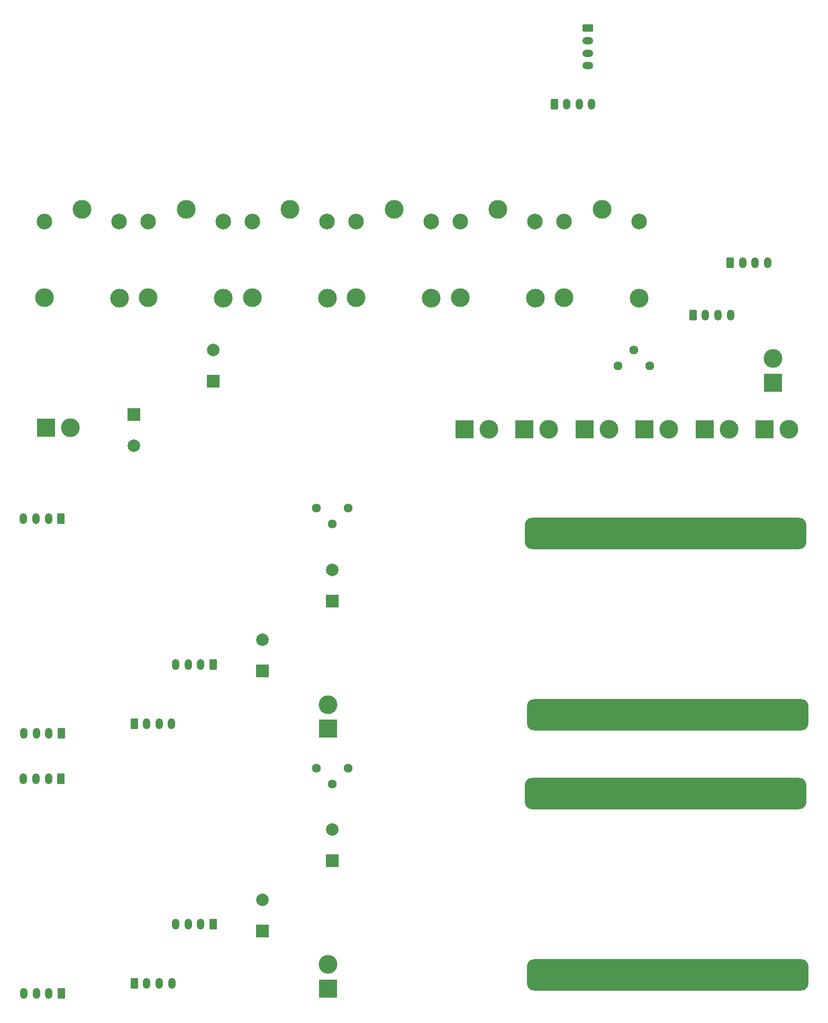
<source format=gbr>
%TF.GenerationSoftware,KiCad,Pcbnew,7.0.8*%
%TF.CreationDate,2023-11-08T20:04:04+02:00*%
%TF.ProjectId,sprinklers,73707269-6e6b-46c6-9572-732e6b696361,1.2*%
%TF.SameCoordinates,Original*%
%TF.FileFunction,Soldermask,Bot*%
%TF.FilePolarity,Negative*%
%FSLAX46Y46*%
G04 Gerber Fmt 4.6, Leading zero omitted, Abs format (unit mm)*
G04 Created by KiCad (PCBNEW 7.0.8) date 2023-11-08 20:04:04*
%MOMM*%
%LPD*%
G01*
G04 APERTURE LIST*
G04 Aperture macros list*
%AMRoundRect*
0 Rectangle with rounded corners*
0 $1 Rounding radius*
0 $2 $3 $4 $5 $6 $7 $8 $9 X,Y pos of 4 corners*
0 Add a 4 corners polygon primitive as box body*
4,1,4,$2,$3,$4,$5,$6,$7,$8,$9,$2,$3,0*
0 Add four circle primitives for the rounded corners*
1,1,$1+$1,$2,$3*
1,1,$1+$1,$4,$5*
1,1,$1+$1,$6,$7*
1,1,$1+$1,$8,$9*
0 Add four rect primitives between the rounded corners*
20,1,$1+$1,$2,$3,$4,$5,0*
20,1,$1+$1,$4,$5,$6,$7,0*
20,1,$1+$1,$6,$7,$8,$9,0*
20,1,$1+$1,$8,$9,$2,$3,0*%
%AMFreePoly0*
4,1,41,-22.500000,1.388890,-22.492142,1.520800,-22.447241,1.727208,-22.364088,1.921388,-22.245689,2.096323,-22.096323,2.245689,-21.921388,2.364088,-21.727208,2.447241,-21.520800,2.492142,-21.388890,2.500000,21.388890,2.500000,21.520800,2.492142,21.727208,2.447241,21.921388,2.364088,22.096323,2.245689,22.245689,2.096323,22.364088,1.921388,22.447241,1.727208,22.492142,1.520800,22.500000,1.388890,
22.500000,-1.388890,22.492142,-1.520800,22.447241,-1.727208,22.364088,-1.921388,22.245689,-2.096323,22.096323,-2.245689,21.921388,-2.364088,21.727208,-2.447241,21.520800,-2.492142,21.388890,-2.500000,-21.388890,-2.500000,-21.520800,-2.492142,-21.727208,-2.447241,-21.921388,-2.364088,-22.096323,-2.245689,-22.245689,-2.096323,-22.364088,-1.921388,-22.447241,-1.727208,-22.492142,-1.520800,-22.500000,-1.388890,
-22.500000,1.388890,-22.500000,1.388890,$1*%
G04 Aperture macros list end*
%ADD10RoundRect,0.250000X-0.350000X-0.625000X0.350000X-0.625000X0.350000X0.625000X-0.350000X0.625000X0*%
%ADD11O,1.200000X1.750000*%
%ADD12C,1.440000*%
%ADD13FreePoly0,180.000000*%
%ADD14RoundRect,0.250000X0.350000X0.625000X-0.350000X0.625000X-0.350000X-0.625000X0.350000X-0.625000X0*%
%ADD15R,3.000000X3.000000*%
%ADD16C,3.000000*%
%ADD17R,2.000000X2.000000*%
%ADD18C,2.000000*%
%ADD19C,2.500000*%
%ADD20RoundRect,0.250000X-0.625000X0.350000X-0.625000X-0.350000X0.625000X-0.350000X0.625000X0.350000X0*%
%ADD21O,1.750000X1.200000*%
G04 APERTURE END LIST*
D10*
%TO.C,LED1*%
X25492863Y-63357874D03*
D11*
X27492863Y-63357874D03*
X29492863Y-63357874D03*
X31492863Y-63357874D03*
%TD*%
D12*
%TO.C,RV1*%
X59711563Y-28852374D03*
X57171563Y-31392374D03*
X54631563Y-28852374D03*
%TD*%
D13*
%TO.C,*%
X110532471Y-32919476D03*
%TD*%
D14*
%TO.C,EXT1*%
X13774663Y-30553774D03*
D11*
X11774663Y-30553774D03*
X9774663Y-30553774D03*
X7774663Y-30553774D03*
%TD*%
D15*
%TO.C,AC24-IN1*%
X56485164Y-64162292D03*
D16*
X56485164Y-60282292D03*
%TD*%
D14*
%TO.C,POWER1*%
X38132763Y-53878474D03*
D11*
X36132763Y-53878474D03*
X34132763Y-53878474D03*
X32132763Y-53878474D03*
%TD*%
D13*
%TO.C,*%
X110868074Y-61951375D03*
%TD*%
D17*
%TO.C,C6*%
X57191163Y-43716174D03*
D18*
X57191163Y-38716174D03*
%TD*%
D14*
%TO.C,PROG1*%
X13825363Y-64907074D03*
D11*
X11825363Y-64907074D03*
X9825363Y-64907074D03*
X7825363Y-64907074D03*
%TD*%
D17*
%TO.C,C5*%
X45991863Y-54943574D03*
D18*
X45991863Y-49943574D03*
%TD*%
D10*
%TO.C,LED1*%
X25487316Y-21747558D03*
D11*
X27487316Y-21747558D03*
X29487316Y-21747558D03*
X31487316Y-21747558D03*
%TD*%
D12*
%TO.C,RV1*%
X59706016Y12757942D03*
X57166016Y10217942D03*
X54626016Y12757942D03*
%TD*%
D13*
%TO.C,*%
X110526924Y8690840D03*
%TD*%
D14*
%TO.C,EXT1*%
X13769116Y11056542D03*
D11*
X11769116Y11056542D03*
X9769116Y11056542D03*
X7769116Y11056542D03*
%TD*%
D15*
%TO.C,AC24-IN1*%
X56479617Y-22551976D03*
D16*
X56479617Y-18671976D03*
%TD*%
D14*
%TO.C,POWER1*%
X38127216Y-12268158D03*
D11*
X36127216Y-12268158D03*
X34127216Y-12268158D03*
X32127216Y-12268158D03*
%TD*%
D13*
%TO.C,*%
X110862527Y-20341059D03*
%TD*%
D17*
%TO.C,C6*%
X57185616Y-2105858D03*
D18*
X57185616Y2894142D03*
%TD*%
D14*
%TO.C,PROG1*%
X13819816Y-23296758D03*
D11*
X11819816Y-23296758D03*
X9819816Y-23296758D03*
X7819816Y-23296758D03*
%TD*%
D17*
%TO.C,C5*%
X45986316Y-13333258D03*
D18*
X45986316Y-8333258D03*
%TD*%
D16*
%TO.C,K4*%
X67056000Y60636000D03*
D19*
X61006000Y58686000D03*
D16*
X61006000Y46486000D03*
X73056000Y46436000D03*
D19*
X73006000Y58686000D03*
%TD*%
D16*
%TO.C,K2*%
X33782000Y60636000D03*
D19*
X27732000Y58686000D03*
D16*
X27732000Y46486000D03*
X39782000Y46436000D03*
D19*
X39732000Y58686000D03*
%TD*%
D15*
%TO.C,AC24-IN1*%
X11360000Y25646000D03*
D16*
X15240000Y25646000D03*
%TD*%
D12*
%TO.C,RV1*%
X102870000Y35560000D03*
X105410000Y38100000D03*
X107950000Y35560000D03*
%TD*%
D20*
%TO.C,LED1*%
X98060000Y89630000D03*
D21*
X98060000Y87630000D03*
X98060000Y85630000D03*
X98060000Y83630000D03*
%TD*%
D15*
%TO.C,J4*%
X107163000Y25400000D03*
D16*
X111043000Y25400000D03*
%TD*%
%TO.C,K5*%
X83693000Y60636000D03*
D19*
X77643000Y58686000D03*
D16*
X77643000Y46486000D03*
X89693000Y46436000D03*
D19*
X89643000Y58686000D03*
%TD*%
D17*
%TO.C,C5*%
X25400000Y27767700D03*
D18*
X25400000Y22767700D03*
%TD*%
D17*
%TO.C,C6*%
X38100000Y33100000D03*
D18*
X38100000Y38100000D03*
%TD*%
D16*
%TO.C,K1*%
X17145000Y60636000D03*
D19*
X11095000Y58686000D03*
D16*
X11095000Y46486000D03*
X23145000Y46436000D03*
D19*
X23095000Y58686000D03*
%TD*%
D15*
%TO.C,J5*%
X116770000Y25400000D03*
D16*
X120650000Y25400000D03*
%TD*%
D15*
%TO.C,SENSOR1*%
X127691800Y32868900D03*
D16*
X127691800Y36748900D03*
%TD*%
D10*
%TO.C,POWER1*%
X114904429Y43687015D03*
D11*
X116904429Y43687015D03*
X118904429Y43687015D03*
X120904429Y43687015D03*
%TD*%
D15*
%TO.C,J2*%
X87949000Y25400000D03*
D16*
X91829000Y25400000D03*
%TD*%
D10*
%TO.C,EXT1*%
X92710000Y77470000D03*
D11*
X94710000Y77470000D03*
X96710000Y77470000D03*
X98710000Y77470000D03*
%TD*%
D10*
%TO.C,PROG1*%
X120850130Y52070001D03*
D11*
X122850130Y52070001D03*
X124850130Y52070001D03*
X126850130Y52070001D03*
%TD*%
D16*
%TO.C,K3*%
X50419000Y60636000D03*
D19*
X44369000Y58686000D03*
D16*
X44369000Y46486000D03*
X56419000Y46436000D03*
D19*
X56369000Y58686000D03*
%TD*%
D15*
%TO.C,J3*%
X97556000Y25400000D03*
D16*
X101436000Y25400000D03*
%TD*%
D15*
%TO.C,J6*%
X126377000Y25400000D03*
D16*
X130257000Y25400000D03*
%TD*%
D15*
%TO.C,J1*%
X78342000Y25400000D03*
D16*
X82222000Y25400000D03*
%TD*%
%TO.C,K6*%
X100330000Y60636000D03*
D19*
X94280000Y58686000D03*
D16*
X94280000Y46486000D03*
X106330000Y46436000D03*
D19*
X106280000Y58686000D03*
%TD*%
M02*

</source>
